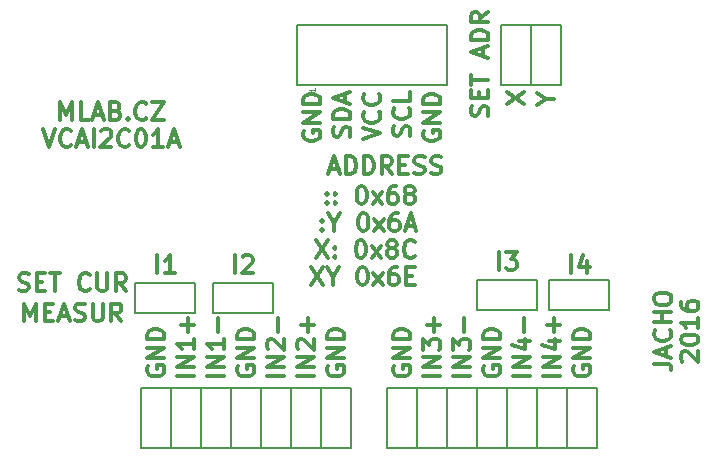
<source format=gbr>
G04 #@! TF.FileFunction,Legend,Top*
%FSLAX46Y46*%
G04 Gerber Fmt 4.6, Leading zero omitted, Abs format (unit mm)*
G04 Created by KiCad (PCBNEW (2016-09-17 revision 679eef1)-makepkg) date 09/29/16 11:16:47*
%MOMM*%
%LPD*%
G01*
G04 APERTURE LIST*
%ADD10C,0.500000*%
%ADD11C,0.300000*%
%ADD12C,0.150000*%
%ADD13C,0.050000*%
G04 APERTURE END LIST*
D10*
D11*
X36746571Y8680142D02*
X35246571Y8680142D01*
X36746571Y9394428D02*
X35246571Y9394428D01*
X36746571Y10251571D01*
X35246571Y10251571D01*
X35246571Y10823000D02*
X35246571Y11751571D01*
X35818000Y11251571D01*
X35818000Y11465857D01*
X35889428Y11608714D01*
X35960857Y11680142D01*
X36103714Y11751571D01*
X36460857Y11751571D01*
X36603714Y11680142D01*
X36675142Y11608714D01*
X36746571Y11465857D01*
X36746571Y11037285D01*
X36675142Y10894428D01*
X36603714Y10823000D01*
X36175142Y12394428D02*
X36175142Y13537285D01*
X36746571Y12965857D02*
X35603714Y12965857D01*
X1052285Y15907857D02*
X1266571Y15836428D01*
X1623714Y15836428D01*
X1766571Y15907857D01*
X1838000Y15979285D01*
X1909428Y16122142D01*
X1909428Y16265000D01*
X1838000Y16407857D01*
X1766571Y16479285D01*
X1623714Y16550714D01*
X1338000Y16622142D01*
X1195142Y16693571D01*
X1123714Y16765000D01*
X1052285Y16907857D01*
X1052285Y17050714D01*
X1123714Y17193571D01*
X1195142Y17265000D01*
X1338000Y17336428D01*
X1695142Y17336428D01*
X1909428Y17265000D01*
X2552285Y16622142D02*
X3052285Y16622142D01*
X3266571Y15836428D02*
X2552285Y15836428D01*
X2552285Y17336428D01*
X3266571Y17336428D01*
X3695142Y17336428D02*
X4552285Y17336428D01*
X4123714Y15836428D02*
X4123714Y17336428D01*
X7052285Y15979285D02*
X6980857Y15907857D01*
X6766571Y15836428D01*
X6623714Y15836428D01*
X6409428Y15907857D01*
X6266571Y16050714D01*
X6195142Y16193571D01*
X6123714Y16479285D01*
X6123714Y16693571D01*
X6195142Y16979285D01*
X6266571Y17122142D01*
X6409428Y17265000D01*
X6623714Y17336428D01*
X6766571Y17336428D01*
X6980857Y17265000D01*
X7052285Y17193571D01*
X7695142Y17336428D02*
X7695142Y16122142D01*
X7766571Y15979285D01*
X7838000Y15907857D01*
X7980857Y15836428D01*
X8266571Y15836428D01*
X8409428Y15907857D01*
X8480857Y15979285D01*
X8552285Y16122142D01*
X8552285Y17336428D01*
X10123714Y15836428D02*
X9623714Y16550714D01*
X9266571Y15836428D02*
X9266571Y17336428D01*
X9838000Y17336428D01*
X9980857Y17265000D01*
X10052285Y17193571D01*
X10123714Y17050714D01*
X10123714Y16836428D01*
X10052285Y16693571D01*
X9980857Y16622142D01*
X9838000Y16550714D01*
X9266571Y16550714D01*
X1516571Y13286428D02*
X1516571Y14786428D01*
X2016571Y13715000D01*
X2516571Y14786428D01*
X2516571Y13286428D01*
X3230857Y14072142D02*
X3730857Y14072142D01*
X3945142Y13286428D02*
X3230857Y13286428D01*
X3230857Y14786428D01*
X3945142Y14786428D01*
X4516571Y13715000D02*
X5230857Y13715000D01*
X4373714Y13286428D02*
X4873714Y14786428D01*
X5373714Y13286428D01*
X5802285Y13357857D02*
X6016571Y13286428D01*
X6373714Y13286428D01*
X6516571Y13357857D01*
X6587999Y13429285D01*
X6659428Y13572142D01*
X6659428Y13715000D01*
X6587999Y13857857D01*
X6516571Y13929285D01*
X6373714Y14000714D01*
X6087999Y14072142D01*
X5945142Y14143571D01*
X5873714Y14215000D01*
X5802285Y14357857D01*
X5802285Y14500714D01*
X5873714Y14643571D01*
X5945142Y14715000D01*
X6087999Y14786428D01*
X6445142Y14786428D01*
X6659428Y14715000D01*
X7302285Y14786428D02*
X7302285Y13572142D01*
X7373714Y13429285D01*
X7445142Y13357857D01*
X7587999Y13286428D01*
X7873714Y13286428D01*
X8016571Y13357857D01*
X8087999Y13429285D01*
X8159428Y13572142D01*
X8159428Y14786428D01*
X9730857Y13286428D02*
X9230857Y14000714D01*
X8873714Y13286428D02*
X8873714Y14786428D01*
X9445142Y14786428D01*
X9588000Y14715000D01*
X9659428Y14643571D01*
X9730857Y14500714D01*
X9730857Y14286428D01*
X9659428Y14143571D01*
X9588000Y14072142D01*
X9445142Y14000714D01*
X8873714Y14000714D01*
X3104285Y29523428D02*
X3604285Y28023428D01*
X4104285Y29523428D01*
X5461428Y28166285D02*
X5389999Y28094857D01*
X5175714Y28023428D01*
X5032857Y28023428D01*
X4818571Y28094857D01*
X4675714Y28237714D01*
X4604285Y28380571D01*
X4532857Y28666285D01*
X4532857Y28880571D01*
X4604285Y29166285D01*
X4675714Y29309142D01*
X4818571Y29452000D01*
X5032857Y29523428D01*
X5175714Y29523428D01*
X5389999Y29452000D01*
X5461428Y29380571D01*
X6032857Y28452000D02*
X6747142Y28452000D01*
X5889999Y28023428D02*
X6389999Y29523428D01*
X6889999Y28023428D01*
X7389999Y28023428D02*
X7389999Y29523428D01*
X8032857Y29380571D02*
X8104285Y29452000D01*
X8247142Y29523428D01*
X8604285Y29523428D01*
X8747142Y29452000D01*
X8818571Y29380571D01*
X8890000Y29237714D01*
X8890000Y29094857D01*
X8818571Y28880571D01*
X7961428Y28023428D01*
X8890000Y28023428D01*
X10390000Y28166285D02*
X10318571Y28094857D01*
X10104285Y28023428D01*
X9961428Y28023428D01*
X9747142Y28094857D01*
X9604285Y28237714D01*
X9532857Y28380571D01*
X9461428Y28666285D01*
X9461428Y28880571D01*
X9532857Y29166285D01*
X9604285Y29309142D01*
X9747142Y29452000D01*
X9961428Y29523428D01*
X10104285Y29523428D01*
X10318571Y29452000D01*
X10390000Y29380571D01*
X11318571Y29523428D02*
X11461428Y29523428D01*
X11604285Y29452000D01*
X11675714Y29380571D01*
X11747142Y29237714D01*
X11818571Y28952000D01*
X11818571Y28594857D01*
X11747142Y28309142D01*
X11675714Y28166285D01*
X11604285Y28094857D01*
X11461428Y28023428D01*
X11318571Y28023428D01*
X11175714Y28094857D01*
X11104285Y28166285D01*
X11032857Y28309142D01*
X10961428Y28594857D01*
X10961428Y28952000D01*
X11032857Y29237714D01*
X11104285Y29380571D01*
X11175714Y29452000D01*
X11318571Y29523428D01*
X13247142Y28023428D02*
X12389999Y28023428D01*
X12818571Y28023428D02*
X12818571Y29523428D01*
X12675714Y29309142D01*
X12532857Y29166285D01*
X12389999Y29094857D01*
X13818571Y28452000D02*
X14532857Y28452000D01*
X13675714Y28023428D02*
X14175714Y29523428D01*
X14675714Y28023428D01*
X54804571Y9696000D02*
X55876000Y9696000D01*
X56090285Y9624571D01*
X56233142Y9481714D01*
X56304571Y9267428D01*
X56304571Y9124571D01*
X55876000Y10338857D02*
X55876000Y11053142D01*
X56304571Y10196000D02*
X54804571Y10696000D01*
X56304571Y11196000D01*
X56161714Y12553142D02*
X56233142Y12481714D01*
X56304571Y12267428D01*
X56304571Y12124571D01*
X56233142Y11910285D01*
X56090285Y11767428D01*
X55947428Y11696000D01*
X55661714Y11624571D01*
X55447428Y11624571D01*
X55161714Y11696000D01*
X55018857Y11767428D01*
X54876000Y11910285D01*
X54804571Y12124571D01*
X54804571Y12267428D01*
X54876000Y12481714D01*
X54947428Y12553142D01*
X56304571Y13196000D02*
X54804571Y13196000D01*
X55518857Y13196000D02*
X55518857Y14053142D01*
X56304571Y14053142D02*
X54804571Y14053142D01*
X54804571Y15053142D02*
X54804571Y15338857D01*
X54876000Y15481714D01*
X55018857Y15624571D01*
X55304571Y15696000D01*
X55804571Y15696000D01*
X56090285Y15624571D01*
X56233142Y15481714D01*
X56304571Y15338857D01*
X56304571Y15053142D01*
X56233142Y14910285D01*
X56090285Y14767428D01*
X55804571Y14696000D01*
X55304571Y14696000D01*
X55018857Y14767428D01*
X54876000Y14910285D01*
X54804571Y15053142D01*
X57233428Y9874571D02*
X57162000Y9946000D01*
X57090571Y10088857D01*
X57090571Y10446000D01*
X57162000Y10588857D01*
X57233428Y10660285D01*
X57376285Y10731714D01*
X57519142Y10731714D01*
X57733428Y10660285D01*
X58590571Y9803142D01*
X58590571Y10731714D01*
X57090571Y11660285D02*
X57090571Y11803142D01*
X57162000Y11946000D01*
X57233428Y12017428D01*
X57376285Y12088857D01*
X57662000Y12160285D01*
X58019142Y12160285D01*
X58304857Y12088857D01*
X58447714Y12017428D01*
X58519142Y11946000D01*
X58590571Y11803142D01*
X58590571Y11660285D01*
X58519142Y11517428D01*
X58447714Y11446000D01*
X58304857Y11374571D01*
X58019142Y11303142D01*
X57662000Y11303142D01*
X57376285Y11374571D01*
X57233428Y11446000D01*
X57162000Y11517428D01*
X57090571Y11660285D01*
X58590571Y13588857D02*
X58590571Y12731714D01*
X58590571Y13160285D02*
X57090571Y13160285D01*
X57304857Y13017428D01*
X57447714Y12874571D01*
X57519142Y12731714D01*
X57090571Y14874571D02*
X57090571Y14588857D01*
X57162000Y14446000D01*
X57233428Y14374571D01*
X57447714Y14231714D01*
X57733428Y14160285D01*
X58304857Y14160285D01*
X58447714Y14231714D01*
X58519142Y14303142D01*
X58590571Y14446000D01*
X58590571Y14731714D01*
X58519142Y14874571D01*
X58447714Y14946000D01*
X58304857Y15017428D01*
X57947714Y15017428D01*
X57804857Y14946000D01*
X57733428Y14874571D01*
X57662000Y14731714D01*
X57662000Y14446000D01*
X57733428Y14303142D01*
X57804857Y14231714D01*
X57947714Y14160285D01*
X4568571Y30309428D02*
X4568571Y31809428D01*
X5068571Y30738000D01*
X5568571Y31809428D01*
X5568571Y30309428D01*
X6997142Y30309428D02*
X6282857Y30309428D01*
X6282857Y31809428D01*
X7425714Y30738000D02*
X8140000Y30738000D01*
X7282857Y30309428D02*
X7782857Y31809428D01*
X8282857Y30309428D01*
X9282857Y31095142D02*
X9497142Y31023714D01*
X9568571Y30952285D01*
X9640000Y30809428D01*
X9640000Y30595142D01*
X9568571Y30452285D01*
X9497142Y30380857D01*
X9354285Y30309428D01*
X8782857Y30309428D01*
X8782857Y31809428D01*
X9282857Y31809428D01*
X9425714Y31738000D01*
X9497142Y31666571D01*
X9568571Y31523714D01*
X9568571Y31380857D01*
X9497142Y31238000D01*
X9425714Y31166571D01*
X9282857Y31095142D01*
X8782857Y31095142D01*
X10282857Y30452285D02*
X10354285Y30380857D01*
X10282857Y30309428D01*
X10211428Y30380857D01*
X10282857Y30452285D01*
X10282857Y30309428D01*
X11854285Y30452285D02*
X11782857Y30380857D01*
X11568571Y30309428D01*
X11425714Y30309428D01*
X11211428Y30380857D01*
X11068571Y30523714D01*
X10997142Y30666571D01*
X10925714Y30952285D01*
X10925714Y31166571D01*
X10997142Y31452285D01*
X11068571Y31595142D01*
X11211428Y31738000D01*
X11425714Y31809428D01*
X11568571Y31809428D01*
X11782857Y31738000D01*
X11854285Y31666571D01*
X12354285Y31809428D02*
X13354285Y31809428D01*
X12354285Y30309428D01*
X13354285Y30309428D01*
X26214142Y20125428D02*
X27214142Y18625428D01*
X27214142Y20125428D02*
X26214142Y18625428D01*
X27785571Y18768285D02*
X27857000Y18696857D01*
X27785571Y18625428D01*
X27714142Y18696857D01*
X27785571Y18768285D01*
X27785571Y18625428D01*
X27785571Y19554000D02*
X27857000Y19482571D01*
X27785571Y19411142D01*
X27714142Y19482571D01*
X27785571Y19554000D01*
X27785571Y19411142D01*
X29928428Y20125428D02*
X30071285Y20125428D01*
X30214142Y20054000D01*
X30285571Y19982571D01*
X30357000Y19839714D01*
X30428428Y19554000D01*
X30428428Y19196857D01*
X30357000Y18911142D01*
X30285571Y18768285D01*
X30214142Y18696857D01*
X30071285Y18625428D01*
X29928428Y18625428D01*
X29785571Y18696857D01*
X29714142Y18768285D01*
X29642714Y18911142D01*
X29571285Y19196857D01*
X29571285Y19554000D01*
X29642714Y19839714D01*
X29714142Y19982571D01*
X29785571Y20054000D01*
X29928428Y20125428D01*
X30928428Y18625428D02*
X31714142Y19625428D01*
X30928428Y19625428D02*
X31714142Y18625428D01*
X32499857Y19482571D02*
X32357000Y19554000D01*
X32285571Y19625428D01*
X32214142Y19768285D01*
X32214142Y19839714D01*
X32285571Y19982571D01*
X32357000Y20054000D01*
X32499857Y20125428D01*
X32785571Y20125428D01*
X32928428Y20054000D01*
X32999857Y19982571D01*
X33071285Y19839714D01*
X33071285Y19768285D01*
X32999857Y19625428D01*
X32928428Y19554000D01*
X32785571Y19482571D01*
X32499857Y19482571D01*
X32357000Y19411142D01*
X32285571Y19339714D01*
X32214142Y19196857D01*
X32214142Y18911142D01*
X32285571Y18768285D01*
X32357000Y18696857D01*
X32499857Y18625428D01*
X32785571Y18625428D01*
X32928428Y18696857D01*
X32999857Y18768285D01*
X33071285Y18911142D01*
X33071285Y19196857D01*
X32999857Y19339714D01*
X32928428Y19411142D01*
X32785571Y19482571D01*
X34571285Y18768285D02*
X34499857Y18696857D01*
X34285571Y18625428D01*
X34142714Y18625428D01*
X33928428Y18696857D01*
X33785571Y18839714D01*
X33714142Y18982571D01*
X33642714Y19268285D01*
X33642714Y19482571D01*
X33714142Y19768285D01*
X33785571Y19911142D01*
X33928428Y20054000D01*
X34142714Y20125428D01*
X34285571Y20125428D01*
X34499857Y20054000D01*
X34571285Y19982571D01*
X25785571Y17839428D02*
X26785571Y16339428D01*
X26785571Y17839428D02*
X25785571Y16339428D01*
X27642714Y17053714D02*
X27642714Y16339428D01*
X27142714Y17839428D02*
X27642714Y17053714D01*
X28142714Y17839428D01*
X30071285Y17839428D02*
X30214142Y17839428D01*
X30357000Y17768000D01*
X30428428Y17696571D01*
X30499857Y17553714D01*
X30571285Y17268000D01*
X30571285Y16910857D01*
X30499857Y16625142D01*
X30428428Y16482285D01*
X30357000Y16410857D01*
X30214142Y16339428D01*
X30071285Y16339428D01*
X29928428Y16410857D01*
X29857000Y16482285D01*
X29785571Y16625142D01*
X29714142Y16910857D01*
X29714142Y17268000D01*
X29785571Y17553714D01*
X29857000Y17696571D01*
X29928428Y17768000D01*
X30071285Y17839428D01*
X31071285Y16339428D02*
X31857000Y17339428D01*
X31071285Y17339428D02*
X31857000Y16339428D01*
X33071285Y17839428D02*
X32785571Y17839428D01*
X32642714Y17768000D01*
X32571285Y17696571D01*
X32428428Y17482285D01*
X32357000Y17196571D01*
X32357000Y16625142D01*
X32428428Y16482285D01*
X32499857Y16410857D01*
X32642714Y16339428D01*
X32928428Y16339428D01*
X33071285Y16410857D01*
X33142714Y16482285D01*
X33214142Y16625142D01*
X33214142Y16982285D01*
X33142714Y17125142D01*
X33071285Y17196571D01*
X32928428Y17268000D01*
X32642714Y17268000D01*
X32499857Y17196571D01*
X32428428Y17125142D01*
X32357000Y16982285D01*
X33857000Y17125142D02*
X34357000Y17125142D01*
X34571285Y16339428D02*
X33857000Y16339428D01*
X33857000Y17839428D01*
X34571285Y17839428D01*
X26714142Y21054285D02*
X26785571Y20982857D01*
X26714142Y20911428D01*
X26642714Y20982857D01*
X26714142Y21054285D01*
X26714142Y20911428D01*
X26714142Y21840000D02*
X26785571Y21768571D01*
X26714142Y21697142D01*
X26642714Y21768571D01*
X26714142Y21840000D01*
X26714142Y21697142D01*
X27714142Y21625714D02*
X27714142Y20911428D01*
X27214142Y22411428D02*
X27714142Y21625714D01*
X28214142Y22411428D01*
X30142714Y22411428D02*
X30285571Y22411428D01*
X30428428Y22340000D01*
X30499857Y22268571D01*
X30571285Y22125714D01*
X30642714Y21840000D01*
X30642714Y21482857D01*
X30571285Y21197142D01*
X30499857Y21054285D01*
X30428428Y20982857D01*
X30285571Y20911428D01*
X30142714Y20911428D01*
X29999857Y20982857D01*
X29928428Y21054285D01*
X29857000Y21197142D01*
X29785571Y21482857D01*
X29785571Y21840000D01*
X29857000Y22125714D01*
X29928428Y22268571D01*
X29999857Y22340000D01*
X30142714Y22411428D01*
X31142714Y20911428D02*
X31928428Y21911428D01*
X31142714Y21911428D02*
X31928428Y20911428D01*
X33142714Y22411428D02*
X32857000Y22411428D01*
X32714142Y22340000D01*
X32642714Y22268571D01*
X32499857Y22054285D01*
X32428428Y21768571D01*
X32428428Y21197142D01*
X32499857Y21054285D01*
X32571285Y20982857D01*
X32714142Y20911428D01*
X32999857Y20911428D01*
X33142714Y20982857D01*
X33214142Y21054285D01*
X33285571Y21197142D01*
X33285571Y21554285D01*
X33214142Y21697142D01*
X33142714Y21768571D01*
X32999857Y21840000D01*
X32714142Y21840000D01*
X32571285Y21768571D01*
X32499857Y21697142D01*
X32428428Y21554285D01*
X33857000Y21340000D02*
X34571285Y21340000D01*
X33714142Y20911428D02*
X34214142Y22411428D01*
X34714142Y20911428D01*
X27142714Y23340285D02*
X27214142Y23268857D01*
X27142714Y23197428D01*
X27071285Y23268857D01*
X27142714Y23340285D01*
X27142714Y23197428D01*
X27142714Y24126000D02*
X27214142Y24054571D01*
X27142714Y23983142D01*
X27071285Y24054571D01*
X27142714Y24126000D01*
X27142714Y23983142D01*
X27857000Y23340285D02*
X27928428Y23268857D01*
X27857000Y23197428D01*
X27785571Y23268857D01*
X27857000Y23340285D01*
X27857000Y23197428D01*
X27857000Y24126000D02*
X27928428Y24054571D01*
X27857000Y23983142D01*
X27785571Y24054571D01*
X27857000Y24126000D01*
X27857000Y23983142D01*
X29999857Y24697428D02*
X30142714Y24697428D01*
X30285571Y24626000D01*
X30357000Y24554571D01*
X30428428Y24411714D01*
X30499857Y24126000D01*
X30499857Y23768857D01*
X30428428Y23483142D01*
X30357000Y23340285D01*
X30285571Y23268857D01*
X30142714Y23197428D01*
X29999857Y23197428D01*
X29857000Y23268857D01*
X29785571Y23340285D01*
X29714142Y23483142D01*
X29642714Y23768857D01*
X29642714Y24126000D01*
X29714142Y24411714D01*
X29785571Y24554571D01*
X29857000Y24626000D01*
X29999857Y24697428D01*
X30999857Y23197428D02*
X31785571Y24197428D01*
X30999857Y24197428D02*
X31785571Y23197428D01*
X32999857Y24697428D02*
X32714142Y24697428D01*
X32571285Y24626000D01*
X32499857Y24554571D01*
X32357000Y24340285D01*
X32285571Y24054571D01*
X32285571Y23483142D01*
X32357000Y23340285D01*
X32428428Y23268857D01*
X32571285Y23197428D01*
X32857000Y23197428D01*
X32999857Y23268857D01*
X33071285Y23340285D01*
X33142714Y23483142D01*
X33142714Y23840285D01*
X33071285Y23983142D01*
X32999857Y24054571D01*
X32857000Y24126000D01*
X32571285Y24126000D01*
X32428428Y24054571D01*
X32357000Y23983142D01*
X32285571Y23840285D01*
X33999857Y24054571D02*
X33857000Y24126000D01*
X33785571Y24197428D01*
X33714142Y24340285D01*
X33714142Y24411714D01*
X33785571Y24554571D01*
X33857000Y24626000D01*
X33999857Y24697428D01*
X34285571Y24697428D01*
X34428428Y24626000D01*
X34499857Y24554571D01*
X34571285Y24411714D01*
X34571285Y24340285D01*
X34499857Y24197428D01*
X34428428Y24126000D01*
X34285571Y24054571D01*
X33999857Y24054571D01*
X33857000Y23983142D01*
X33785571Y23911714D01*
X33714142Y23768857D01*
X33714142Y23483142D01*
X33785571Y23340285D01*
X33857000Y23268857D01*
X33999857Y23197428D01*
X34285571Y23197428D01*
X34428428Y23268857D01*
X34499857Y23340285D01*
X34571285Y23483142D01*
X34571285Y23768857D01*
X34499857Y23911714D01*
X34428428Y23983142D01*
X34285571Y24054571D01*
X27404714Y26166000D02*
X28119000Y26166000D01*
X27261857Y25737428D02*
X27761857Y27237428D01*
X28261857Y25737428D01*
X28761857Y25737428D02*
X28761857Y27237428D01*
X29119000Y27237428D01*
X29333285Y27166000D01*
X29476142Y27023142D01*
X29547571Y26880285D01*
X29619000Y26594571D01*
X29619000Y26380285D01*
X29547571Y26094571D01*
X29476142Y25951714D01*
X29333285Y25808857D01*
X29119000Y25737428D01*
X28761857Y25737428D01*
X30261857Y25737428D02*
X30261857Y27237428D01*
X30619000Y27237428D01*
X30833285Y27166000D01*
X30976142Y27023142D01*
X31047571Y26880285D01*
X31119000Y26594571D01*
X31119000Y26380285D01*
X31047571Y26094571D01*
X30976142Y25951714D01*
X30833285Y25808857D01*
X30619000Y25737428D01*
X30261857Y25737428D01*
X32619000Y25737428D02*
X32119000Y26451714D01*
X31761857Y25737428D02*
X31761857Y27237428D01*
X32333285Y27237428D01*
X32476142Y27166000D01*
X32547571Y27094571D01*
X32619000Y26951714D01*
X32619000Y26737428D01*
X32547571Y26594571D01*
X32476142Y26523142D01*
X32333285Y26451714D01*
X31761857Y26451714D01*
X33261857Y26523142D02*
X33761857Y26523142D01*
X33976142Y25737428D02*
X33261857Y25737428D01*
X33261857Y27237428D01*
X33976142Y27237428D01*
X34547571Y25808857D02*
X34761857Y25737428D01*
X35119000Y25737428D01*
X35261857Y25808857D01*
X35333285Y25880285D01*
X35404714Y26023142D01*
X35404714Y26166000D01*
X35333285Y26308857D01*
X35261857Y26380285D01*
X35119000Y26451714D01*
X34833285Y26523142D01*
X34690428Y26594571D01*
X34619000Y26666000D01*
X34547571Y26808857D01*
X34547571Y26951714D01*
X34619000Y27094571D01*
X34690428Y27166000D01*
X34833285Y27237428D01*
X35190428Y27237428D01*
X35404714Y27166000D01*
X35976142Y25808857D02*
X36190428Y25737428D01*
X36547571Y25737428D01*
X36690428Y25808857D01*
X36761857Y25880285D01*
X36833285Y26023142D01*
X36833285Y26166000D01*
X36761857Y26308857D01*
X36690428Y26380285D01*
X36547571Y26451714D01*
X36261857Y26523142D01*
X36119000Y26594571D01*
X36047571Y26666000D01*
X35976142Y26808857D01*
X35976142Y26951714D01*
X36047571Y27094571D01*
X36119000Y27166000D01*
X36261857Y27237428D01*
X36619000Y27237428D01*
X36833285Y27166000D01*
X45684285Y32079857D02*
X46398571Y32079857D01*
X44898571Y31579857D02*
X45684285Y32079857D01*
X44898571Y32579857D01*
X42358571Y31651285D02*
X43858571Y32651285D01*
X42358571Y32651285D02*
X43858571Y31651285D01*
X40739142Y30659142D02*
X40810571Y30873428D01*
X40810571Y31230571D01*
X40739142Y31373428D01*
X40667714Y31444857D01*
X40524857Y31516285D01*
X40382000Y31516285D01*
X40239142Y31444857D01*
X40167714Y31373428D01*
X40096285Y31230571D01*
X40024857Y30944857D01*
X39953428Y30802000D01*
X39882000Y30730571D01*
X39739142Y30659142D01*
X39596285Y30659142D01*
X39453428Y30730571D01*
X39382000Y30802000D01*
X39310571Y30944857D01*
X39310571Y31302000D01*
X39382000Y31516285D01*
X40024857Y32159142D02*
X40024857Y32659142D01*
X40810571Y32873428D02*
X40810571Y32159142D01*
X39310571Y32159142D01*
X39310571Y32873428D01*
X39310571Y33302000D02*
X39310571Y34159142D01*
X40810571Y33730571D02*
X39310571Y33730571D01*
X40382000Y35730571D02*
X40382000Y36444857D01*
X40810571Y35587714D02*
X39310571Y36087714D01*
X40810571Y36587714D01*
X40810571Y37087714D02*
X39310571Y37087714D01*
X39310571Y37444857D01*
X39382000Y37659142D01*
X39524857Y37802000D01*
X39667714Y37873428D01*
X39953428Y37944857D01*
X40167714Y37944857D01*
X40453428Y37873428D01*
X40596285Y37802000D01*
X40739142Y37659142D01*
X40810571Y37444857D01*
X40810571Y37087714D01*
X40810571Y39444857D02*
X40096285Y38944857D01*
X40810571Y38587714D02*
X39310571Y38587714D01*
X39310571Y39159142D01*
X39382000Y39302000D01*
X39453428Y39373428D01*
X39596285Y39444857D01*
X39810571Y39444857D01*
X39953428Y39373428D01*
X40024857Y39302000D01*
X40096285Y39159142D01*
X40096285Y38587714D01*
X35318000Y29396428D02*
X35246571Y29253571D01*
X35246571Y29039285D01*
X35318000Y28825000D01*
X35460857Y28682142D01*
X35603714Y28610714D01*
X35889428Y28539285D01*
X36103714Y28539285D01*
X36389428Y28610714D01*
X36532285Y28682142D01*
X36675142Y28825000D01*
X36746571Y29039285D01*
X36746571Y29182142D01*
X36675142Y29396428D01*
X36603714Y29467857D01*
X36103714Y29467857D01*
X36103714Y29182142D01*
X36746571Y30110714D02*
X35246571Y30110714D01*
X36746571Y30967857D01*
X35246571Y30967857D01*
X36746571Y31682142D02*
X35246571Y31682142D01*
X35246571Y32039285D01*
X35318000Y32253571D01*
X35460857Y32396428D01*
X35603714Y32467857D01*
X35889428Y32539285D01*
X36103714Y32539285D01*
X36389428Y32467857D01*
X36532285Y32396428D01*
X36675142Y32253571D01*
X36746571Y32039285D01*
X36746571Y31682142D01*
X34135142Y28967857D02*
X34206571Y29182142D01*
X34206571Y29539285D01*
X34135142Y29682142D01*
X34063714Y29753571D01*
X33920857Y29825000D01*
X33778000Y29825000D01*
X33635142Y29753571D01*
X33563714Y29682142D01*
X33492285Y29539285D01*
X33420857Y29253571D01*
X33349428Y29110714D01*
X33278000Y29039285D01*
X33135142Y28967857D01*
X32992285Y28967857D01*
X32849428Y29039285D01*
X32778000Y29110714D01*
X32706571Y29253571D01*
X32706571Y29610714D01*
X32778000Y29825000D01*
X34063714Y31325000D02*
X34135142Y31253571D01*
X34206571Y31039285D01*
X34206571Y30896428D01*
X34135142Y30682142D01*
X33992285Y30539285D01*
X33849428Y30467857D01*
X33563714Y30396428D01*
X33349428Y30396428D01*
X33063714Y30467857D01*
X32920857Y30539285D01*
X32778000Y30682142D01*
X32706571Y30896428D01*
X32706571Y31039285D01*
X32778000Y31253571D01*
X32849428Y31325000D01*
X34206571Y32682142D02*
X34206571Y31967857D01*
X32706571Y31967857D01*
X30166571Y28682142D02*
X31666571Y29182142D01*
X30166571Y29682142D01*
X31523714Y31039285D02*
X31595142Y30967857D01*
X31666571Y30753571D01*
X31666571Y30610714D01*
X31595142Y30396428D01*
X31452285Y30253571D01*
X31309428Y30182142D01*
X31023714Y30110714D01*
X30809428Y30110714D01*
X30523714Y30182142D01*
X30380857Y30253571D01*
X30238000Y30396428D01*
X30166571Y30610714D01*
X30166571Y30753571D01*
X30238000Y30967857D01*
X30309428Y31039285D01*
X31523714Y32539285D02*
X31595142Y32467857D01*
X31666571Y32253571D01*
X31666571Y32110714D01*
X31595142Y31896428D01*
X31452285Y31753571D01*
X31309428Y31682142D01*
X31023714Y31610714D01*
X30809428Y31610714D01*
X30523714Y31682142D01*
X30380857Y31753571D01*
X30238000Y31896428D01*
X30166571Y32110714D01*
X30166571Y32253571D01*
X30238000Y32467857D01*
X30309428Y32539285D01*
X29055142Y28896428D02*
X29126571Y29110714D01*
X29126571Y29467857D01*
X29055142Y29610714D01*
X28983714Y29682142D01*
X28840857Y29753571D01*
X28698000Y29753571D01*
X28555142Y29682142D01*
X28483714Y29610714D01*
X28412285Y29467857D01*
X28340857Y29182142D01*
X28269428Y29039285D01*
X28198000Y28967857D01*
X28055142Y28896428D01*
X27912285Y28896428D01*
X27769428Y28967857D01*
X27698000Y29039285D01*
X27626571Y29182142D01*
X27626571Y29539285D01*
X27698000Y29753571D01*
X29126571Y30396428D02*
X27626571Y30396428D01*
X27626571Y30753571D01*
X27698000Y30967857D01*
X27840857Y31110714D01*
X27983714Y31182142D01*
X28269428Y31253571D01*
X28483714Y31253571D01*
X28769428Y31182142D01*
X28912285Y31110714D01*
X29055142Y30967857D01*
X29126571Y30753571D01*
X29126571Y30396428D01*
X28698000Y31825000D02*
X28698000Y32539285D01*
X29126571Y31682142D02*
X27626571Y32182142D01*
X29126571Y32682142D01*
X25158000Y29396428D02*
X25086571Y29253571D01*
X25086571Y29039285D01*
X25158000Y28825000D01*
X25300857Y28682142D01*
X25443714Y28610714D01*
X25729428Y28539285D01*
X25943714Y28539285D01*
X26229428Y28610714D01*
X26372285Y28682142D01*
X26515142Y28825000D01*
X26586571Y29039285D01*
X26586571Y29182142D01*
X26515142Y29396428D01*
X26443714Y29467857D01*
X25943714Y29467857D01*
X25943714Y29182142D01*
X26586571Y30110714D02*
X25086571Y30110714D01*
X26586571Y30967857D01*
X25086571Y30967857D01*
X26586571Y31682142D02*
X25086571Y31682142D01*
X25086571Y32039285D01*
X25158000Y32253571D01*
X25300857Y32396428D01*
X25443714Y32467857D01*
X25729428Y32539285D01*
X25943714Y32539285D01*
X26229428Y32467857D01*
X26372285Y32396428D01*
X26515142Y32253571D01*
X26586571Y32039285D01*
X26586571Y31682142D01*
X47799714Y17355428D02*
X47799714Y18855428D01*
X49156857Y18355428D02*
X49156857Y17355428D01*
X48799714Y18926857D02*
X48442571Y17855428D01*
X49371142Y17855428D01*
X41703714Y17609428D02*
X41703714Y19109428D01*
X42275142Y19109428D02*
X43203714Y19109428D01*
X42703714Y18538000D01*
X42918000Y18538000D01*
X43060857Y18466571D01*
X43132285Y18395142D01*
X43203714Y18252285D01*
X43203714Y17895142D01*
X43132285Y17752285D01*
X43060857Y17680857D01*
X42918000Y17609428D01*
X42489428Y17609428D01*
X42346571Y17680857D01*
X42275142Y17752285D01*
X19351714Y17355428D02*
X19351714Y18855428D01*
X19994571Y18712571D02*
X20066000Y18784000D01*
X20208857Y18855428D01*
X20566000Y18855428D01*
X20708857Y18784000D01*
X20780285Y18712571D01*
X20851714Y18569714D01*
X20851714Y18426857D01*
X20780285Y18212571D01*
X19923142Y17355428D01*
X20851714Y17355428D01*
X12747714Y17355428D02*
X12747714Y18855428D01*
X14247714Y17355428D02*
X13390571Y17355428D01*
X13819142Y17355428D02*
X13819142Y18855428D01*
X13676285Y18641142D01*
X13533428Y18498285D01*
X13390571Y18426857D01*
X48018000Y9465857D02*
X47946571Y9323000D01*
X47946571Y9108714D01*
X48018000Y8894428D01*
X48160857Y8751571D01*
X48303714Y8680142D01*
X48589428Y8608714D01*
X48803714Y8608714D01*
X49089428Y8680142D01*
X49232285Y8751571D01*
X49375142Y8894428D01*
X49446571Y9108714D01*
X49446571Y9251571D01*
X49375142Y9465857D01*
X49303714Y9537285D01*
X48803714Y9537285D01*
X48803714Y9251571D01*
X49446571Y10180142D02*
X47946571Y10180142D01*
X49446571Y11037285D01*
X47946571Y11037285D01*
X49446571Y11751571D02*
X47946571Y11751571D01*
X47946571Y12108714D01*
X48018000Y12323000D01*
X48160857Y12465857D01*
X48303714Y12537285D01*
X48589428Y12608714D01*
X48803714Y12608714D01*
X49089428Y12537285D01*
X49232285Y12465857D01*
X49375142Y12323000D01*
X49446571Y12108714D01*
X49446571Y11751571D01*
X46906571Y8680142D02*
X45406571Y8680142D01*
X46906571Y9394428D02*
X45406571Y9394428D01*
X46906571Y10251571D01*
X45406571Y10251571D01*
X45906571Y11608714D02*
X46906571Y11608714D01*
X45335142Y11251571D02*
X46406571Y10894428D01*
X46406571Y11823000D01*
X46335142Y12394428D02*
X46335142Y13537285D01*
X46906571Y12965857D02*
X45763714Y12965857D01*
X44366571Y8680142D02*
X42866571Y8680142D01*
X44366571Y9394428D02*
X42866571Y9394428D01*
X44366571Y10251571D01*
X42866571Y10251571D01*
X43366571Y11608714D02*
X44366571Y11608714D01*
X42795142Y11251571D02*
X43866571Y10894428D01*
X43866571Y11823000D01*
X43795142Y12394428D02*
X43795142Y13537285D01*
X40398000Y9465857D02*
X40326571Y9323000D01*
X40326571Y9108714D01*
X40398000Y8894428D01*
X40540857Y8751571D01*
X40683714Y8680142D01*
X40969428Y8608714D01*
X41183714Y8608714D01*
X41469428Y8680142D01*
X41612285Y8751571D01*
X41755142Y8894428D01*
X41826571Y9108714D01*
X41826571Y9251571D01*
X41755142Y9465857D01*
X41683714Y9537285D01*
X41183714Y9537285D01*
X41183714Y9251571D01*
X41826571Y10180142D02*
X40326571Y10180142D01*
X41826571Y11037285D01*
X40326571Y11037285D01*
X41826571Y11751571D02*
X40326571Y11751571D01*
X40326571Y12108714D01*
X40398000Y12323000D01*
X40540857Y12465857D01*
X40683714Y12537285D01*
X40969428Y12608714D01*
X41183714Y12608714D01*
X41469428Y12537285D01*
X41612285Y12465857D01*
X41755142Y12323000D01*
X41826571Y12108714D01*
X41826571Y11751571D01*
X39286571Y8680142D02*
X37786571Y8680142D01*
X39286571Y9394428D02*
X37786571Y9394428D01*
X39286571Y10251571D01*
X37786571Y10251571D01*
X37786571Y10823000D02*
X37786571Y11751571D01*
X38358000Y11251571D01*
X38358000Y11465857D01*
X38429428Y11608714D01*
X38500857Y11680142D01*
X38643714Y11751571D01*
X39000857Y11751571D01*
X39143714Y11680142D01*
X39215142Y11608714D01*
X39286571Y11465857D01*
X39286571Y11037285D01*
X39215142Y10894428D01*
X39143714Y10823000D01*
X38715142Y12394428D02*
X38715142Y13537285D01*
X32778000Y9465857D02*
X32706571Y9323000D01*
X32706571Y9108714D01*
X32778000Y8894428D01*
X32920857Y8751571D01*
X33063714Y8680142D01*
X33349428Y8608714D01*
X33563714Y8608714D01*
X33849428Y8680142D01*
X33992285Y8751571D01*
X34135142Y8894428D01*
X34206571Y9108714D01*
X34206571Y9251571D01*
X34135142Y9465857D01*
X34063714Y9537285D01*
X33563714Y9537285D01*
X33563714Y9251571D01*
X34206571Y10180142D02*
X32706571Y10180142D01*
X34206571Y11037285D01*
X32706571Y11037285D01*
X34206571Y11751571D02*
X32706571Y11751571D01*
X32706571Y12108714D01*
X32778000Y12323000D01*
X32920857Y12465857D01*
X33063714Y12537285D01*
X33349428Y12608714D01*
X33563714Y12608714D01*
X33849428Y12537285D01*
X33992285Y12465857D01*
X34135142Y12323000D01*
X34206571Y12108714D01*
X34206571Y11751571D01*
X27190000Y9465857D02*
X27118571Y9323000D01*
X27118571Y9108714D01*
X27190000Y8894428D01*
X27332857Y8751571D01*
X27475714Y8680142D01*
X27761428Y8608714D01*
X27975714Y8608714D01*
X28261428Y8680142D01*
X28404285Y8751571D01*
X28547142Y8894428D01*
X28618571Y9108714D01*
X28618571Y9251571D01*
X28547142Y9465857D01*
X28475714Y9537285D01*
X27975714Y9537285D01*
X27975714Y9251571D01*
X28618571Y10180142D02*
X27118571Y10180142D01*
X28618571Y11037285D01*
X27118571Y11037285D01*
X28618571Y11751571D02*
X27118571Y11751571D01*
X27118571Y12108714D01*
X27190000Y12323000D01*
X27332857Y12465857D01*
X27475714Y12537285D01*
X27761428Y12608714D01*
X27975714Y12608714D01*
X28261428Y12537285D01*
X28404285Y12465857D01*
X28547142Y12323000D01*
X28618571Y12108714D01*
X28618571Y11751571D01*
X26078571Y8680142D02*
X24578571Y8680142D01*
X26078571Y9394428D02*
X24578571Y9394428D01*
X26078571Y10251571D01*
X24578571Y10251571D01*
X24721428Y10894428D02*
X24650000Y10965857D01*
X24578571Y11108714D01*
X24578571Y11465857D01*
X24650000Y11608714D01*
X24721428Y11680142D01*
X24864285Y11751571D01*
X25007142Y11751571D01*
X25221428Y11680142D01*
X26078571Y10823000D01*
X26078571Y11751571D01*
X25507142Y12394428D02*
X25507142Y13537285D01*
X26078571Y12965857D02*
X24935714Y12965857D01*
X23538571Y8680142D02*
X22038571Y8680142D01*
X23538571Y9394428D02*
X22038571Y9394428D01*
X23538571Y10251571D01*
X22038571Y10251571D01*
X22181428Y10894428D02*
X22110000Y10965857D01*
X22038571Y11108714D01*
X22038571Y11465857D01*
X22110000Y11608714D01*
X22181428Y11680142D01*
X22324285Y11751571D01*
X22467142Y11751571D01*
X22681428Y11680142D01*
X23538571Y10823000D01*
X23538571Y11751571D01*
X22967142Y12394428D02*
X22967142Y13537285D01*
X19570000Y9465857D02*
X19498571Y9323000D01*
X19498571Y9108714D01*
X19570000Y8894428D01*
X19712857Y8751571D01*
X19855714Y8680142D01*
X20141428Y8608714D01*
X20355714Y8608714D01*
X20641428Y8680142D01*
X20784285Y8751571D01*
X20927142Y8894428D01*
X20998571Y9108714D01*
X20998571Y9251571D01*
X20927142Y9465857D01*
X20855714Y9537285D01*
X20355714Y9537285D01*
X20355714Y9251571D01*
X20998571Y10180142D02*
X19498571Y10180142D01*
X20998571Y11037285D01*
X19498571Y11037285D01*
X20998571Y11751571D02*
X19498571Y11751571D01*
X19498571Y12108714D01*
X19570000Y12323000D01*
X19712857Y12465857D01*
X19855714Y12537285D01*
X20141428Y12608714D01*
X20355714Y12608714D01*
X20641428Y12537285D01*
X20784285Y12465857D01*
X20927142Y12323000D01*
X20998571Y12108714D01*
X20998571Y11751571D01*
X18458571Y8680142D02*
X16958571Y8680142D01*
X18458571Y9394428D02*
X16958571Y9394428D01*
X18458571Y10251571D01*
X16958571Y10251571D01*
X18458571Y11751571D02*
X18458571Y10894428D01*
X18458571Y11323000D02*
X16958571Y11323000D01*
X17172857Y11180142D01*
X17315714Y11037285D01*
X17387142Y10894428D01*
X17887142Y12394428D02*
X17887142Y13537285D01*
X11950000Y9465857D02*
X11878571Y9323000D01*
X11878571Y9108714D01*
X11950000Y8894428D01*
X12092857Y8751571D01*
X12235714Y8680142D01*
X12521428Y8608714D01*
X12735714Y8608714D01*
X13021428Y8680142D01*
X13164285Y8751571D01*
X13307142Y8894428D01*
X13378571Y9108714D01*
X13378571Y9251571D01*
X13307142Y9465857D01*
X13235714Y9537285D01*
X12735714Y9537285D01*
X12735714Y9251571D01*
X13378571Y10180142D02*
X11878571Y10180142D01*
X13378571Y11037285D01*
X11878571Y11037285D01*
X13378571Y11751571D02*
X11878571Y11751571D01*
X11878571Y12108714D01*
X11950000Y12323000D01*
X12092857Y12465857D01*
X12235714Y12537285D01*
X12521428Y12608714D01*
X12735714Y12608714D01*
X13021428Y12537285D01*
X13164285Y12465857D01*
X13307142Y12323000D01*
X13378571Y12108714D01*
X13378571Y11751571D01*
X15918571Y8680142D02*
X14418571Y8680142D01*
X15918571Y9394428D02*
X14418571Y9394428D01*
X15918571Y10251571D01*
X14418571Y10251571D01*
X15918571Y11751571D02*
X15918571Y10894428D01*
X15918571Y11323000D02*
X14418571Y11323000D01*
X14632857Y11180142D01*
X14775714Y11037285D01*
X14847142Y10894428D01*
X15347142Y12394428D02*
X15347142Y13537285D01*
X15918571Y12965857D02*
X14775714Y12965857D01*
D12*
X16002000Y13970000D02*
X10922000Y13970000D01*
X16002000Y16510000D02*
X16002000Y13970000D01*
X10922000Y16510000D02*
X16002000Y16510000D01*
X10922000Y13970000D02*
X10922000Y16510000D01*
X17526000Y16510000D02*
X22606000Y16510000D01*
X17526000Y13970000D02*
X17526000Y16510000D01*
X22606000Y13970000D02*
X17526000Y13970000D01*
X22606000Y16510000D02*
X22606000Y13970000D01*
X44958000Y14224000D02*
X39878000Y14224000D01*
X44958000Y16764000D02*
X44958000Y14224000D01*
X39878000Y16764000D02*
X44958000Y16764000D01*
X39878000Y14224000D02*
X39878000Y16764000D01*
X45974000Y16764000D02*
X51054000Y16764000D01*
X45974000Y14224000D02*
X45974000Y16764000D01*
X51054000Y14224000D02*
X45974000Y14224000D01*
X51054000Y16764000D02*
X51054000Y14224000D01*
X44450000Y33274000D02*
X41910000Y33274000D01*
X44450000Y38354000D02*
X44450000Y33274000D01*
X41910000Y38354000D02*
X44450000Y38354000D01*
X41910000Y33274000D02*
X41910000Y38354000D01*
X46990000Y33274000D02*
X44450000Y33274000D01*
X46990000Y38354000D02*
X46990000Y33274000D01*
X44450000Y38354000D02*
X46990000Y38354000D01*
X44450000Y33274000D02*
X44450000Y38354000D01*
X37338000Y33274000D02*
X24638000Y33274000D01*
X37338000Y38354000D02*
X37338000Y33274000D01*
X24638000Y38354000D02*
X37338000Y38354000D01*
X24638000Y33274000D02*
X24638000Y38354000D01*
X26670000Y2540000D02*
X26670000Y7620000D01*
X29210000Y2540000D02*
X26670000Y2540000D01*
X29210000Y7620000D02*
X29210000Y2540000D01*
X26670000Y7620000D02*
X29210000Y7620000D01*
X21590000Y2540000D02*
X21590000Y7620000D01*
X24130000Y2540000D02*
X21590000Y2540000D01*
X24130000Y7620000D02*
X24130000Y2540000D01*
X21590000Y7620000D02*
X24130000Y7620000D01*
X24130000Y2540000D02*
X24130000Y7620000D01*
X26670000Y2540000D02*
X24130000Y2540000D01*
X26670000Y7620000D02*
X26670000Y2540000D01*
X24130000Y7620000D02*
X26670000Y7620000D01*
X19050000Y2540000D02*
X19050000Y7620000D01*
X21590000Y2540000D02*
X19050000Y2540000D01*
X21590000Y7620000D02*
X21590000Y2540000D01*
X19050000Y7620000D02*
X21590000Y7620000D01*
X37338000Y2540000D02*
X37338000Y7620000D01*
X39878000Y2540000D02*
X37338000Y2540000D01*
X39878000Y7620000D02*
X39878000Y2540000D01*
X37338000Y7620000D02*
X39878000Y7620000D01*
X34798000Y2540000D02*
X34798000Y7620000D01*
X37338000Y2540000D02*
X34798000Y2540000D01*
X37338000Y7620000D02*
X37338000Y2540000D01*
X34798000Y7620000D02*
X37338000Y7620000D01*
X47498000Y2540000D02*
X47498000Y7620000D01*
X50038000Y2540000D02*
X47498000Y2540000D01*
X50038000Y7620000D02*
X50038000Y2540000D01*
X47498000Y7620000D02*
X50038000Y7620000D01*
X42418000Y2540000D02*
X42418000Y7620000D01*
X44958000Y2540000D02*
X42418000Y2540000D01*
X44958000Y7620000D02*
X44958000Y2540000D01*
X42418000Y7620000D02*
X44958000Y7620000D01*
X44958000Y2540000D02*
X44958000Y7620000D01*
X47498000Y2540000D02*
X44958000Y2540000D01*
X47498000Y7620000D02*
X47498000Y2540000D01*
X44958000Y7620000D02*
X47498000Y7620000D01*
X32258000Y2540000D02*
X32258000Y7620000D01*
X34798000Y2540000D02*
X32258000Y2540000D01*
X34798000Y7620000D02*
X34798000Y2540000D01*
X32258000Y7620000D02*
X34798000Y7620000D01*
X42418000Y2540000D02*
X39878000Y2540000D01*
X42418000Y7620000D02*
X42418000Y2540000D01*
X39878000Y7620000D02*
X42418000Y7620000D01*
X39878000Y2540000D02*
X39878000Y7620000D01*
X11430000Y2540000D02*
X11430000Y7620000D01*
X13970000Y2540000D02*
X11430000Y2540000D01*
X13970000Y7620000D02*
X13970000Y2540000D01*
X11430000Y7620000D02*
X13970000Y7620000D01*
X16510000Y2540000D02*
X16510000Y7620000D01*
X19050000Y2540000D02*
X16510000Y2540000D01*
X19050000Y7620000D02*
X19050000Y2540000D01*
X16510000Y7620000D02*
X19050000Y7620000D01*
X13970000Y2540000D02*
X13970000Y7620000D01*
X16510000Y2540000D02*
X13970000Y2540000D01*
X16510000Y7620000D02*
X16510000Y2540000D01*
X13970000Y7620000D02*
X16510000Y7620000D01*
D13*
X26134190Y33035857D02*
X26134190Y32750142D01*
X26134190Y32893000D02*
X25634190Y32893000D01*
X25705619Y32845380D01*
X25753238Y32797761D01*
X25777047Y32750142D01*
M02*

</source>
